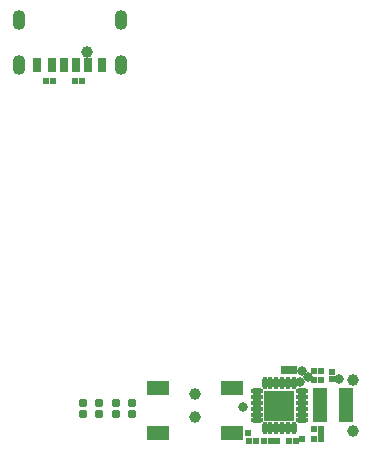
<source format=gbr>
G04*
G04 #@! TF.GenerationSoftware,Altium Limited,Altium Designer,23.10.1 (27)*
G04*
G04 Layer_Color=8388736*
%FSLAX44Y44*%
%MOMM*%
G71*
G04*
G04 #@! TF.SameCoordinates,EE71AB0A-04B5-4847-A965-A32D4C1E190E*
G04*
G04*
G04 #@! TF.FilePolarity,Negative*
G04*
G01*
G75*
%ADD16R,0.8000X1.2000*%
%ADD17R,0.7000X1.2000*%
%ADD18R,0.7600X1.2000*%
%ADD29R,0.5032X0.5032*%
%ADD30R,0.7032X0.6532*%
G04:AMPARAMS|DCode=31|XSize=0.7532mm|YSize=0.7032mm|CornerRadius=0.1641mm|HoleSize=0mm|Usage=FLASHONLY|Rotation=0.000|XOffset=0mm|YOffset=0mm|HoleType=Round|Shape=RoundedRectangle|*
%AMROUNDEDRECTD31*
21,1,0.7532,0.3750,0,0,0.0*
21,1,0.4250,0.7032,0,0,0.0*
1,1,0.3282,0.2125,-0.1875*
1,1,0.3282,-0.2125,-0.1875*
1,1,0.3282,-0.2125,0.1875*
1,1,0.3282,0.2125,0.1875*
%
%ADD31ROUNDEDRECTD31*%
%ADD32R,1.9032X1.2032*%
%ADD33R,1.2032X2.9032*%
%ADD34R,0.5032X0.5032*%
%ADD35R,2.6532X2.6532*%
%ADD36O,1.0532X0.4532*%
%ADD37O,0.4532X1.0532*%
G04:AMPARAMS|DCode=38|XSize=1.1mm|YSize=1.7mm|CornerRadius=0.55mm|HoleSize=0mm|Usage=FLASHONLY|Rotation=180.000|XOffset=0mm|YOffset=0mm|HoleType=Round|Shape=RoundedRectangle|*
%AMROUNDEDRECTD38*
21,1,1.1000,0.6000,0,0,180.0*
21,1,0.0000,1.7000,0,0,180.0*
1,1,1.1000,0.0000,0.3000*
1,1,1.1000,0.0000,0.3000*
1,1,1.1000,0.0000,-0.3000*
1,1,1.1000,0.0000,-0.3000*
%
%ADD38ROUNDEDRECTD38*%
%ADD39C,1.0032*%
%ADD40C,0.8032*%
%ADD41C,0.6032*%
%ADD42C,0.7032*%
D16*
X2052200Y322200D02*
D03*
X2107200D02*
D03*
D17*
X2084700D02*
D03*
X2074700D02*
D03*
D18*
X2094900D02*
D03*
X2064500D02*
D03*
D29*
X2090300Y309200D02*
D03*
X2084300D02*
D03*
X2059800Y308600D02*
D03*
X2065800D02*
D03*
X2286300Y5500D02*
D03*
X2292300D02*
D03*
X2286300Y14500D02*
D03*
X2292300D02*
D03*
X2265300Y4500D02*
D03*
X2271300D02*
D03*
X2244300D02*
D03*
X2250300D02*
D03*
X2237300D02*
D03*
X2231300D02*
D03*
X2286300Y55500D02*
D03*
X2292300D02*
D03*
Y63500D02*
D03*
X2286300D02*
D03*
D30*
X2269050Y64500D02*
D03*
X2261550D02*
D03*
D31*
X2090660Y26940D02*
D03*
Y36040D02*
D03*
X2118600Y26940D02*
D03*
Y36040D02*
D03*
X2104630Y26940D02*
D03*
Y36040D02*
D03*
X2132570Y26940D02*
D03*
Y36040D02*
D03*
D32*
X2154410Y11220D02*
D03*
X2217410D02*
D03*
X2154410Y49220D02*
D03*
X2217410D02*
D03*
D33*
X2291300Y34500D02*
D03*
X2313300D02*
D03*
D34*
X2301300Y62500D02*
D03*
Y56500D02*
D03*
D35*
X2257030Y34030D02*
D03*
D36*
X2276030Y46530D02*
D03*
Y41530D02*
D03*
Y36530D02*
D03*
Y31530D02*
D03*
Y26530D02*
D03*
Y21530D02*
D03*
X2238030D02*
D03*
Y26530D02*
D03*
Y31530D02*
D03*
Y36530D02*
D03*
Y41530D02*
D03*
Y46530D02*
D03*
D37*
X2269530Y15030D02*
D03*
X2264530D02*
D03*
X2259530D02*
D03*
X2254530D02*
D03*
X2249530D02*
D03*
X2244530D02*
D03*
Y53030D02*
D03*
X2249530D02*
D03*
X2254530D02*
D03*
X2259530D02*
D03*
X2264530D02*
D03*
X2269530D02*
D03*
D38*
X2036500Y322200D02*
D03*
Y360200D02*
D03*
X2122900Y322200D02*
D03*
Y360200D02*
D03*
D39*
X2185800Y44260D02*
D03*
X2185700Y24200D02*
D03*
X2094000Y333500D02*
D03*
X2319300Y55500D02*
D03*
Y12500D02*
D03*
D40*
X2281370Y58249D02*
D03*
X2217410Y49220D02*
D03*
X2154410D02*
D03*
X2226100Y33300D02*
D03*
X2276300Y63500D02*
D03*
X2307300Y56500D02*
D03*
X2274300Y54500D02*
D03*
D41*
X2230400Y10600D02*
D03*
X2292300Y9500D02*
D03*
X2276300Y5500D02*
D03*
X2254800Y4500D02*
D03*
D42*
X2251530Y28530D02*
D03*
Y39530D02*
D03*
X2262530Y28530D02*
D03*
Y39530D02*
D03*
M02*

</source>
